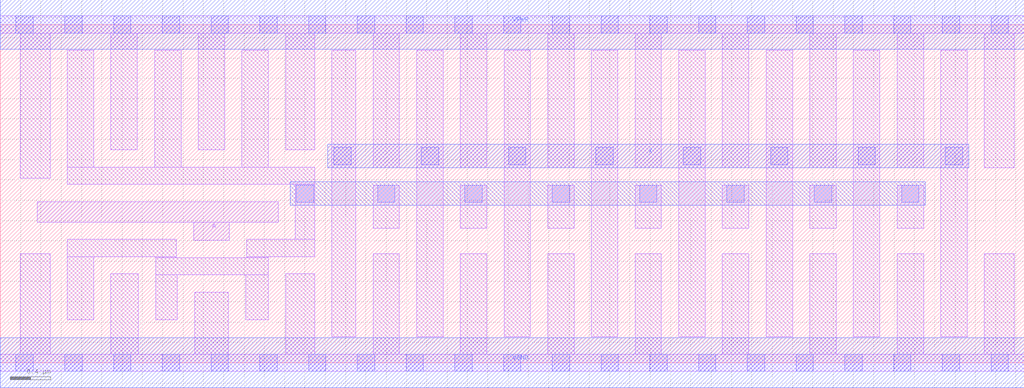
<source format=lef>
# Copyright 2020 The SkyWater PDK Authors
#
# Licensed under the Apache License, Version 2.0 (the "License");
# you may not use this file except in compliance with the License.
# You may obtain a copy of the License at
#
#     https://www.apache.org/licenses/LICENSE-2.0
#
# Unless required by applicable law or agreed to in writing, software
# distributed under the License is distributed on an "AS IS" BASIS,
# WITHOUT WARRANTIES OR CONDITIONS OF ANY KIND, either express or implied.
# See the License for the specific language governing permissions and
# limitations under the License.
#
# SPDX-License-Identifier: Apache-2.0

VERSION 5.7 ;
  NAMESCASESENSITIVE ON ;
  NOWIREEXTENSIONATPIN ON ;
  DIVIDERCHAR "/" ;
  BUSBITCHARS "[]" ;
UNITS
  DATABASE MICRONS 200 ;
END UNITS
MACRO sky130_fd_sc_lp__buf_16
  CLASS CORE ;
  SOURCE USER ;
  FOREIGN sky130_fd_sc_lp__buf_16 ;
  ORIGIN  0.000000  0.000000 ;
  SIZE  10.08000 BY  3.330000 ;
  SYMMETRY X Y R90 ;
  SITE unit ;
  PIN A
    ANTENNAGATEAREA  1.890000 ;
    DIRECTION INPUT ;
    USE SIGNAL ;
    PORT
      LAYER li1 ;
        RECT 0.365000 1.385000 2.735000 1.585000 ;
        RECT 1.905000 1.205000 2.255000 1.385000 ;
    END
  END A
  PIN X
    ANTENNADIFFAREA  4.704000 ;
    DIRECTION OUTPUT ;
    USE SIGNAL ;
    PORT
      LAYER met1 ;
        RECT 3.225000 1.920000 9.535000 2.150000 ;
    END
  END X
  PIN VGND
    DIRECTION INOUT ;
    USE GROUND ;
    PORT
      LAYER met1 ;
        RECT 0.000000 -0.245000 10.080000 0.245000 ;
    END
  END VGND
  PIN VPWR
    DIRECTION INOUT ;
    USE POWER ;
    PORT
      LAYER met1 ;
        RECT 0.000000 3.085000 10.080000 3.575000 ;
    END
  END VPWR
  OBS
    LAYER li1 ;
      RECT 0.000000 -0.085000 10.080000 0.085000 ;
      RECT 0.000000  3.245000 10.080000 3.415000 ;
      RECT 0.195000  0.085000  0.490000 1.075000 ;
      RECT 0.195000  1.815000  0.490000 3.245000 ;
      RECT 0.660000  0.425000  0.920000 1.045000 ;
      RECT 0.660000  1.045000  1.735000 1.215000 ;
      RECT 0.660000  1.755000  3.095000 1.925000 ;
      RECT 0.660000  1.925000  0.920000 3.075000 ;
      RECT 1.090000  0.085000  1.360000 0.875000 ;
      RECT 1.090000  2.095000  1.350000 3.245000 ;
      RECT 1.520000  1.925000  1.780000 3.075000 ;
      RECT 1.530000  0.425000  1.745000 0.865000 ;
      RECT 1.530000  0.865000  2.640000 1.035000 ;
      RECT 1.530000  1.035000  1.735000 1.045000 ;
      RECT 1.915000  0.085000  2.245000 0.695000 ;
      RECT 1.950000  2.095000  2.210000 3.245000 ;
      RECT 2.380000  1.925000  2.640000 3.075000 ;
      RECT 2.415000  0.425000  2.640000 0.865000 ;
      RECT 2.425000  1.035000  2.640000 1.045000 ;
      RECT 2.425000  1.045000  3.095000 1.215000 ;
      RECT 2.810000  0.085000  3.095000 0.875000 ;
      RECT 2.810000  2.095000  3.095000 3.245000 ;
      RECT 2.905000  1.215000  3.095000 1.755000 ;
      RECT 3.265000  0.255000  3.500000 3.075000 ;
      RECT 3.670000  0.085000  3.930000 1.075000 ;
      RECT 3.670000  1.325000  3.930000 1.750000 ;
      RECT 3.670000  1.920000  3.930000 3.245000 ;
      RECT 4.100000  0.255000  4.360000 3.075000 ;
      RECT 4.530000  0.085000  4.790000 1.075000 ;
      RECT 4.530000  1.325000  4.790000 1.750000 ;
      RECT 4.530000  1.920000  4.790000 3.245000 ;
      RECT 4.960000  0.255000  5.220000 3.075000 ;
      RECT 5.390000  0.085000  5.650000 1.075000 ;
      RECT 5.390000  1.325000  5.650000 1.750000 ;
      RECT 5.390000  1.920000  5.650000 3.245000 ;
      RECT 5.820000  0.255000  6.080000 3.075000 ;
      RECT 6.250000  0.085000  6.510000 1.075000 ;
      RECT 6.250000  1.325000  6.510000 1.750000 ;
      RECT 6.250000  1.920000  6.510000 3.245000 ;
      RECT 6.680000  0.255000  6.940000 3.075000 ;
      RECT 7.110000  0.085000  7.370000 1.075000 ;
      RECT 7.110000  1.325000  7.370000 1.750000 ;
      RECT 7.110000  1.920000  7.370000 3.245000 ;
      RECT 7.540000  0.255000  7.800000 3.075000 ;
      RECT 7.970000  0.085000  8.230000 1.075000 ;
      RECT 7.970000  1.325000  8.230000 1.750000 ;
      RECT 7.970000  1.920000  8.230000 3.245000 ;
      RECT 8.400000  0.255000  8.660000 3.075000 ;
      RECT 8.830000  0.085000  9.090000 1.075000 ;
      RECT 8.830000  1.325000  9.090000 1.750000 ;
      RECT 8.830000  1.920000  9.090000 3.245000 ;
      RECT 9.260000  0.255000  9.520000 3.075000 ;
      RECT 9.690000  0.085000  9.985000 1.075000 ;
      RECT 9.690000  1.920000  9.985000 3.245000 ;
    LAYER mcon ;
      RECT 0.155000 -0.085000 0.325000 0.085000 ;
      RECT 0.155000  3.245000 0.325000 3.415000 ;
      RECT 0.635000 -0.085000 0.805000 0.085000 ;
      RECT 0.635000  3.245000 0.805000 3.415000 ;
      RECT 1.115000 -0.085000 1.285000 0.085000 ;
      RECT 1.115000  3.245000 1.285000 3.415000 ;
      RECT 1.595000 -0.085000 1.765000 0.085000 ;
      RECT 1.595000  3.245000 1.765000 3.415000 ;
      RECT 2.075000 -0.085000 2.245000 0.085000 ;
      RECT 2.075000  3.245000 2.245000 3.415000 ;
      RECT 2.555000 -0.085000 2.725000 0.085000 ;
      RECT 2.555000  3.245000 2.725000 3.415000 ;
      RECT 2.915000  1.580000 3.085000 1.750000 ;
      RECT 3.035000 -0.085000 3.205000 0.085000 ;
      RECT 3.035000  3.245000 3.205000 3.415000 ;
      RECT 3.285000  1.950000 3.455000 2.120000 ;
      RECT 3.515000 -0.085000 3.685000 0.085000 ;
      RECT 3.515000  3.245000 3.685000 3.415000 ;
      RECT 3.715000  1.580000 3.885000 1.750000 ;
      RECT 3.995000 -0.085000 4.165000 0.085000 ;
      RECT 3.995000  3.245000 4.165000 3.415000 ;
      RECT 4.145000  1.950000 4.315000 2.120000 ;
      RECT 4.475000 -0.085000 4.645000 0.085000 ;
      RECT 4.475000  3.245000 4.645000 3.415000 ;
      RECT 4.575000  1.580000 4.745000 1.750000 ;
      RECT 4.955000 -0.085000 5.125000 0.085000 ;
      RECT 4.955000  3.245000 5.125000 3.415000 ;
      RECT 5.005000  1.950000 5.175000 2.120000 ;
      RECT 5.435000 -0.085000 5.605000 0.085000 ;
      RECT 5.435000  1.580000 5.605000 1.750000 ;
      RECT 5.435000  3.245000 5.605000 3.415000 ;
      RECT 5.865000  1.950000 6.035000 2.120000 ;
      RECT 5.915000 -0.085000 6.085000 0.085000 ;
      RECT 5.915000  3.245000 6.085000 3.415000 ;
      RECT 6.295000  1.580000 6.465000 1.750000 ;
      RECT 6.395000 -0.085000 6.565000 0.085000 ;
      RECT 6.395000  3.245000 6.565000 3.415000 ;
      RECT 6.725000  1.950000 6.895000 2.120000 ;
      RECT 6.875000 -0.085000 7.045000 0.085000 ;
      RECT 6.875000  3.245000 7.045000 3.415000 ;
      RECT 7.155000  1.580000 7.325000 1.750000 ;
      RECT 7.355000 -0.085000 7.525000 0.085000 ;
      RECT 7.355000  3.245000 7.525000 3.415000 ;
      RECT 7.585000  1.950000 7.755000 2.120000 ;
      RECT 7.835000 -0.085000 8.005000 0.085000 ;
      RECT 7.835000  3.245000 8.005000 3.415000 ;
      RECT 8.015000  1.580000 8.185000 1.750000 ;
      RECT 8.315000 -0.085000 8.485000 0.085000 ;
      RECT 8.315000  3.245000 8.485000 3.415000 ;
      RECT 8.445000  1.950000 8.615000 2.120000 ;
      RECT 8.795000 -0.085000 8.965000 0.085000 ;
      RECT 8.795000  3.245000 8.965000 3.415000 ;
      RECT 8.875000  1.580000 9.045000 1.750000 ;
      RECT 9.275000 -0.085000 9.445000 0.085000 ;
      RECT 9.275000  3.245000 9.445000 3.415000 ;
      RECT 9.305000  1.950000 9.475000 2.120000 ;
      RECT 9.755000 -0.085000 9.925000 0.085000 ;
      RECT 9.755000  3.245000 9.925000 3.415000 ;
    LAYER met1 ;
      RECT 2.855000 1.550000 9.105000 1.780000 ;
  END
END sky130_fd_sc_lp__buf_16

</source>
